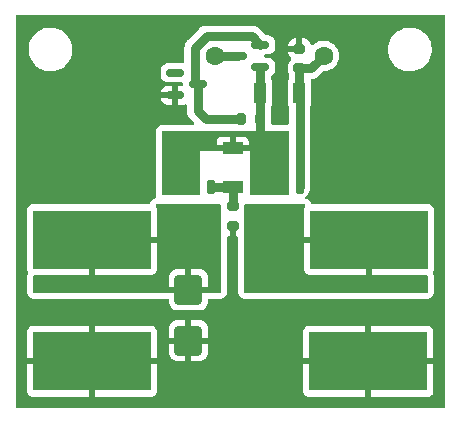
<source format=gbr>
%TF.GenerationSoftware,KiCad,Pcbnew,7.0.1*%
%TF.CreationDate,2023-04-18T18:42:17-04:00*%
%TF.ProjectId,circuit_protection,63697263-7569-4745-9f70-726f74656374,V2*%
%TF.SameCoordinates,PX7045748PY52104d0*%
%TF.FileFunction,Copper,L2,Bot*%
%TF.FilePolarity,Positive*%
%FSLAX46Y46*%
G04 Gerber Fmt 4.6, Leading zero omitted, Abs format (unit mm)*
G04 Created by KiCad (PCBNEW 7.0.1) date 2023-04-18 18:42:17*
%MOMM*%
%LPD*%
G01*
G04 APERTURE LIST*
G04 Aperture macros list*
%AMRoundRect*
0 Rectangle with rounded corners*
0 $1 Rounding radius*
0 $2 $3 $4 $5 $6 $7 $8 $9 X,Y pos of 4 corners*
0 Add a 4 corners polygon primitive as box body*
4,1,4,$2,$3,$4,$5,$6,$7,$8,$9,$2,$3,0*
0 Add four circle primitives for the rounded corners*
1,1,$1+$1,$2,$3*
1,1,$1+$1,$4,$5*
1,1,$1+$1,$6,$7*
1,1,$1+$1,$8,$9*
0 Add four rect primitives between the rounded corners*
20,1,$1+$1,$2,$3,$4,$5,0*
20,1,$1+$1,$4,$5,$6,$7,0*
20,1,$1+$1,$6,$7,$8,$9,0*
20,1,$1+$1,$8,$9,$2,$3,0*%
%AMFreePoly0*
4,1,17,2.210000,-2.600000,1.600000,-2.600000,1.600000,-1.750000,0.940000,-1.750000,0.940000,-2.600000,0.330000,-2.600000,0.330000,-1.750000,-0.330000,-1.750000,-0.330000,-2.600000,-0.940000,-2.600000,-0.940000,-1.750000,-1.600000,-1.750000,-1.600000,-2.600000,-2.210000,-2.600000,-2.210000,1.750000,2.210000,1.750000,2.210000,-2.600000,2.210000,-2.600000,$1*%
G04 Aperture macros list end*
%TA.AperFunction,SMDPad,CuDef*%
%ADD10R,10.000000X5.000000*%
%TD*%
%TA.AperFunction,SMDPad,CuDef*%
%ADD11RoundRect,0.061000X-0.244000X-0.514000X0.244000X-0.514000X0.244000X0.514000X-0.244000X0.514000X0*%
%TD*%
%TA.AperFunction,SMDPad,CuDef*%
%ADD12FreePoly0,0.000000*%
%TD*%
%TA.AperFunction,SMDPad,CuDef*%
%ADD13R,1.000000X1.700000*%
%TD*%
%TA.AperFunction,SMDPad,CuDef*%
%ADD14R,1.700000X1.000000*%
%TD*%
%TA.AperFunction,SMDPad,CuDef*%
%ADD15RoundRect,0.200000X0.275000X-0.200000X0.275000X0.200000X-0.275000X0.200000X-0.275000X-0.200000X0*%
%TD*%
%TA.AperFunction,SMDPad,CuDef*%
%ADD16RoundRect,0.200000X-0.275000X0.200000X-0.275000X-0.200000X0.275000X-0.200000X0.275000X0.200000X0*%
%TD*%
%TA.AperFunction,SMDPad,CuDef*%
%ADD17RoundRect,0.200000X0.200000X0.275000X-0.200000X0.275000X-0.200000X-0.275000X0.200000X-0.275000X0*%
%TD*%
%TA.AperFunction,SMDPad,CuDef*%
%ADD18RoundRect,0.150000X0.587500X0.150000X-0.587500X0.150000X-0.587500X-0.150000X0.587500X-0.150000X0*%
%TD*%
%TA.AperFunction,SMDPad,CuDef*%
%ADD19RoundRect,0.150000X-0.587500X-0.150000X0.587500X-0.150000X0.587500X0.150000X-0.587500X0.150000X0*%
%TD*%
%TA.AperFunction,SMDPad,CuDef*%
%ADD20RoundRect,0.250000X0.900000X-1.000000X0.900000X1.000000X-0.900000X1.000000X-0.900000X-1.000000X0*%
%TD*%
%TA.AperFunction,ViaPad*%
%ADD21C,1.600000*%
%TD*%
%TA.AperFunction,Conductor*%
%ADD22C,0.800000*%
%TD*%
G04 APERTURE END LIST*
D10*
%TO.P,J4,1,Pin_1*%
%TO.N,GND*%
X7975000Y-30850000D03*
%TD*%
%TO.P,J3,1,Pin_1*%
%TO.N,GND*%
X31350000Y-30850000D03*
%TD*%
%TO.P,J2,1,Pin_1*%
%TO.N,/Vout*%
X31400000Y-20550000D03*
%TD*%
%TO.P,J1,1,Pin_1*%
%TO.N,/Vin*%
X7975000Y-20550000D03*
%TD*%
D11*
%TO.P,Q2,1,S*%
%TO.N,Net-(D1-K)*%
X21720000Y-16125000D03*
%TO.P,Q2,2,S*%
X22990000Y-16125000D03*
%TO.P,Q2,3,S*%
X24260000Y-16125000D03*
%TO.P,Q2,4,G*%
%TO.N,Net-(D2-A)*%
X25530000Y-16125000D03*
D12*
%TO.P,Q2,5,D*%
%TO.N,/Vout*%
X23625000Y-19850000D03*
%TD*%
D11*
%TO.P,Q1,1,S*%
%TO.N,Net-(D1-K)*%
X14220000Y-16125000D03*
%TO.P,Q1,2,S*%
X15490000Y-16125000D03*
%TO.P,Q1,3,S*%
X16760000Y-16125000D03*
%TO.P,Q1,4,G*%
%TO.N,Net-(D1-A)*%
X18030000Y-16125000D03*
D12*
%TO.P,Q1,5,D*%
%TO.N,/Vin*%
X16125000Y-19850000D03*
%TD*%
D13*
%TO.P,D2,1,K*%
%TO.N,Net-(D1-K)*%
X22225000Y-8150000D03*
%TO.P,D2,2,A*%
%TO.N,Net-(D2-A)*%
X25525000Y-8150000D03*
%TD*%
D14*
%TO.P,D1,1,K*%
%TO.N,Net-(D1-K)*%
X19875000Y-12825000D03*
%TO.P,D1,2,A*%
%TO.N,Net-(D1-A)*%
X19875000Y-16125000D03*
%TD*%
D15*
%TO.P,R4,1*%
%TO.N,Net-(D2-A)*%
X25525000Y-6050000D03*
%TO.P,R4,2*%
%TO.N,GND*%
X25525000Y-4400000D03*
%TD*%
D16*
%TO.P,R3,1*%
%TO.N,Net-(D1-A)*%
X19875000Y-17725000D03*
%TO.P,R3,2*%
%TO.N,GND*%
X19875000Y-19375000D03*
%TD*%
D17*
%TO.P,R1,1*%
%TO.N,Net-(D1-K)*%
X22225000Y-10350000D03*
%TO.P,R1,2*%
%TO.N,Net-(D5-K)*%
X20575000Y-10350000D03*
%TD*%
D18*
%TO.P,Q3,1,B*%
%TO.N,Net-(D5-K)*%
X22225000Y-4050000D03*
%TO.P,Q3,2,E*%
%TO.N,Net-(D1-K)*%
X22225000Y-5950000D03*
%TO.P,Q3,3,C*%
%TO.N,Net-(D2-A)*%
X20350000Y-5000000D03*
%TD*%
D19*
%TO.P,D5,1,A*%
%TO.N,GND*%
X15025000Y-8325000D03*
%TO.P,D5,2,NC*%
%TO.N,unconnected-(D5-NC-Pad2)*%
X15025000Y-6425000D03*
%TO.P,D5,3,K*%
%TO.N,Net-(D5-K)*%
X16900000Y-7375000D03*
%TD*%
D20*
%TO.P,D4,1,A1*%
%TO.N,GND*%
X16125000Y-29100000D03*
%TO.P,D4,2,A2*%
%TO.N,/Vin*%
X16125000Y-24800000D03*
%TD*%
D21*
%TO.N,Net-(D2-A)*%
X27575000Y-5000000D03*
X18350000Y-5000000D03*
%TD*%
D22*
%TO.N,Net-(D5-K)*%
X20575000Y-10350000D02*
X17600000Y-10350000D01*
X17600000Y-10350000D02*
X16900000Y-9650000D01*
X16900000Y-9650000D02*
X16900000Y-7375000D01*
X16900000Y-7375000D02*
X16690000Y-7165000D01*
X16690000Y-7165000D02*
X16690000Y-4312405D01*
X16690000Y-4312405D02*
X17677405Y-3325000D01*
X17677405Y-3325000D02*
X21500000Y-3325000D01*
X21500000Y-3325000D02*
X22225000Y-4050000D01*
%TO.N,Net-(D2-A)*%
X26525000Y-6050000D02*
X25525000Y-6050000D01*
X27575000Y-5000000D02*
X26525000Y-6050000D01*
X20350000Y-5000000D02*
X18350000Y-5000000D01*
%TO.N,Net-(D1-K)*%
X22225000Y-8150000D02*
X22225000Y-5950000D01*
%TO.N,Net-(D2-A)*%
X25525000Y-8150000D02*
X25525000Y-6050000D01*
%TO.N,Net-(D1-K)*%
X22225000Y-10350000D02*
X22225000Y-11750000D01*
X22225000Y-8150000D02*
X22225000Y-10350000D01*
%TO.N,Net-(D2-A)*%
X25530000Y-16125000D02*
X25530000Y-8155000D01*
X25530000Y-8155000D02*
X25525000Y-8150000D01*
%TO.N,Net-(D1-A)*%
X19875000Y-16125000D02*
X19875000Y-17725000D01*
X18030000Y-16125000D02*
X19875000Y-16125000D01*
%TD*%
%TA.AperFunction,Conductor*%
%TO.N,/Vin*%
G36*
X18837500Y-17566613D02*
G01*
X18882887Y-17612000D01*
X18899500Y-17674000D01*
X18899500Y-17981714D01*
X18900000Y-17992740D01*
X18900000Y-19107260D01*
X18899500Y-19118286D01*
X18899500Y-19631714D01*
X18900000Y-19642740D01*
X18900000Y-24926000D01*
X18883387Y-24988000D01*
X18838000Y-25033387D01*
X18776000Y-25050000D01*
X3099000Y-25050000D01*
X3037000Y-25033387D01*
X2991613Y-24988000D01*
X2975000Y-24926000D01*
X2975000Y-24549999D01*
X14475000Y-24549999D01*
X14475002Y-24550000D01*
X15875000Y-24550000D01*
X15875000Y-23050001D01*
X15175021Y-23050001D01*
X15072304Y-23060493D01*
X14905877Y-23115642D01*
X14756654Y-23207683D01*
X14632683Y-23331654D01*
X14540642Y-23480877D01*
X14485493Y-23647303D01*
X14475000Y-23750020D01*
X14475000Y-24549999D01*
X2975000Y-24549999D01*
X2975000Y-23674000D01*
X2991613Y-23612000D01*
X3037000Y-23566613D01*
X3099000Y-23550000D01*
X7725000Y-23550000D01*
X7725000Y-20800000D01*
X8225000Y-20800000D01*
X8225000Y-23550000D01*
X13022824Y-23550000D01*
X13082375Y-23543597D01*
X13217089Y-23493352D01*
X13332188Y-23407188D01*
X13418352Y-23292089D01*
X13468597Y-23157375D01*
X13475000Y-23097824D01*
X13475000Y-23050000D01*
X16375000Y-23050000D01*
X16375000Y-24550000D01*
X17774999Y-24550000D01*
X17774999Y-23750021D01*
X17764506Y-23647304D01*
X17709357Y-23480877D01*
X17617316Y-23331654D01*
X17493345Y-23207683D01*
X17344122Y-23115642D01*
X17177696Y-23060493D01*
X17074979Y-23050000D01*
X16375000Y-23050000D01*
X13475000Y-23050000D01*
X13475000Y-20800000D01*
X8225000Y-20800000D01*
X7725000Y-20800000D01*
X7725000Y-20424000D01*
X7741613Y-20362000D01*
X7787000Y-20316613D01*
X7849000Y-20300000D01*
X13475000Y-20300000D01*
X13475000Y-18002176D01*
X13468597Y-17942624D01*
X13418352Y-17807910D01*
X13373736Y-17748311D01*
X13349497Y-17685053D01*
X13362119Y-17618496D01*
X13407836Y-17568505D01*
X13473003Y-17550000D01*
X18775500Y-17550000D01*
X18837500Y-17566613D01*
G37*
%TD.AperFunction*%
%TD*%
%TA.AperFunction,Conductor*%
%TO.N,/Vout*%
G36*
X25967164Y-17568505D02*
G01*
X26012881Y-17618496D01*
X26025503Y-17685053D01*
X26001264Y-17748311D01*
X25956647Y-17807910D01*
X25906402Y-17942624D01*
X25900000Y-18002176D01*
X25900000Y-20300000D01*
X31526000Y-20300000D01*
X31588000Y-20316613D01*
X31633387Y-20362000D01*
X31650000Y-20424000D01*
X31650000Y-23550000D01*
X36276000Y-23550000D01*
X36338000Y-23566613D01*
X36383387Y-23612000D01*
X36400000Y-23674000D01*
X36400000Y-24926000D01*
X36383387Y-24988000D01*
X36338000Y-25033387D01*
X36276000Y-25050000D01*
X20974000Y-25050000D01*
X20912000Y-25033387D01*
X20866613Y-24988000D01*
X20850000Y-24926000D01*
X20850000Y-20800000D01*
X25900000Y-20800000D01*
X25900000Y-23097824D01*
X25906402Y-23157375D01*
X25956647Y-23292089D01*
X26042811Y-23407188D01*
X26157910Y-23493352D01*
X26292624Y-23543597D01*
X26352176Y-23550000D01*
X31150000Y-23550000D01*
X31150000Y-20800000D01*
X25900000Y-20800000D01*
X20850000Y-20800000D01*
X20850000Y-19642740D01*
X20850500Y-19631714D01*
X20850500Y-19118286D01*
X20850000Y-19107260D01*
X20850000Y-17992740D01*
X20850500Y-17981714D01*
X20850500Y-17674000D01*
X20867113Y-17612000D01*
X20912500Y-17566613D01*
X20974500Y-17550000D01*
X25901997Y-17550000D01*
X25967164Y-17568505D01*
G37*
%TD.AperFunction*%
%TD*%
%TA.AperFunction,Conductor*%
%TO.N,Net-(D1-K)*%
G36*
X20318286Y-11325500D02*
G01*
X20318384Y-11325500D01*
X20831616Y-11325500D01*
X20831714Y-11325500D01*
X20842740Y-11325000D01*
X21975000Y-11325000D01*
X22475000Y-11325000D01*
X24501000Y-11325000D01*
X24563000Y-11341613D01*
X24608387Y-11387000D01*
X24625000Y-11449000D01*
X24625000Y-16626000D01*
X24608387Y-16688000D01*
X24563000Y-16733387D01*
X24501000Y-16750000D01*
X21474000Y-16750000D01*
X21412000Y-16733387D01*
X21366613Y-16688000D01*
X21350000Y-16626000D01*
X21350000Y-13075000D01*
X17125000Y-13075000D01*
X17125000Y-16626000D01*
X17108387Y-16688000D01*
X17063000Y-16733387D01*
X17001000Y-16750000D01*
X13974000Y-16750000D01*
X13912000Y-16733387D01*
X13866613Y-16688000D01*
X13850000Y-16626000D01*
X13850000Y-12575000D01*
X18525000Y-12575000D01*
X19625000Y-12575000D01*
X19625000Y-11825000D01*
X20125000Y-11825000D01*
X20125000Y-12575000D01*
X21225000Y-12575000D01*
X21225000Y-12277176D01*
X21218597Y-12217624D01*
X21168352Y-12082910D01*
X21082188Y-11967811D01*
X20967089Y-11881647D01*
X20832375Y-11831402D01*
X20772824Y-11825000D01*
X20125000Y-11825000D01*
X19625000Y-11825000D01*
X18977176Y-11825000D01*
X18917624Y-11831402D01*
X18782910Y-11881647D01*
X18667811Y-11967811D01*
X18581647Y-12082910D01*
X18531402Y-12217624D01*
X18525000Y-12277176D01*
X18525000Y-12575000D01*
X13850000Y-12575000D01*
X13850000Y-11449000D01*
X13866613Y-11387000D01*
X13912000Y-11341613D01*
X13974000Y-11325000D01*
X20307260Y-11325000D01*
X20318286Y-11325500D01*
G37*
%TD.AperFunction*%
%TD*%
%TA.AperFunction,Conductor*%
%TO.N,GND*%
G36*
X37762500Y-1517113D02*
G01*
X37807887Y-1562500D01*
X37824500Y-1624500D01*
X37824500Y-34700500D01*
X37807887Y-34762500D01*
X37762500Y-34807887D01*
X37700500Y-34824500D01*
X1624500Y-34824500D01*
X1562500Y-34807887D01*
X1517113Y-34762500D01*
X1500500Y-34700500D01*
X1500500Y-31100000D01*
X2475000Y-31100000D01*
X2475000Y-33397824D01*
X2481402Y-33457375D01*
X2531647Y-33592089D01*
X2617811Y-33707188D01*
X2732910Y-33793352D01*
X2867624Y-33843597D01*
X2927176Y-33850000D01*
X7725000Y-33850000D01*
X7725000Y-31100000D01*
X8225000Y-31100000D01*
X8225000Y-33850000D01*
X13022824Y-33850000D01*
X13082375Y-33843597D01*
X13217089Y-33793352D01*
X13332188Y-33707188D01*
X13418352Y-33592089D01*
X13468597Y-33457375D01*
X13475000Y-33397824D01*
X13475000Y-31100000D01*
X25850000Y-31100000D01*
X25850000Y-33397824D01*
X25856402Y-33457375D01*
X25906647Y-33592089D01*
X25992811Y-33707188D01*
X26107910Y-33793352D01*
X26242624Y-33843597D01*
X26302176Y-33850000D01*
X31100000Y-33850000D01*
X31100000Y-31100000D01*
X31600000Y-31100000D01*
X31600000Y-33850000D01*
X36397824Y-33850000D01*
X36457375Y-33843597D01*
X36592089Y-33793352D01*
X36707188Y-33707188D01*
X36793352Y-33592089D01*
X36843597Y-33457375D01*
X36850000Y-33397824D01*
X36850000Y-31100000D01*
X31600000Y-31100000D01*
X31100000Y-31100000D01*
X25850000Y-31100000D01*
X13475000Y-31100000D01*
X8225000Y-31100000D01*
X7725000Y-31100000D01*
X2475000Y-31100000D01*
X1500500Y-31100000D01*
X1500500Y-30600000D01*
X2475000Y-30600000D01*
X7725000Y-30600000D01*
X7725000Y-27850000D01*
X8225000Y-27850000D01*
X8225000Y-30600000D01*
X13475000Y-30600000D01*
X13475000Y-29350000D01*
X14475001Y-29350000D01*
X14475001Y-30149979D01*
X14485493Y-30252695D01*
X14540642Y-30419122D01*
X14632683Y-30568345D01*
X14756654Y-30692316D01*
X14905877Y-30784357D01*
X15072303Y-30839506D01*
X15175021Y-30850000D01*
X15875000Y-30850000D01*
X15875000Y-29350000D01*
X16375000Y-29350000D01*
X16375000Y-30849999D01*
X17074979Y-30849999D01*
X17177695Y-30839506D01*
X17344122Y-30784357D01*
X17493345Y-30692316D01*
X17585661Y-30600000D01*
X25850000Y-30600000D01*
X31100000Y-30600000D01*
X31100000Y-27850000D01*
X31600000Y-27850000D01*
X31600000Y-30600000D01*
X36850000Y-30600000D01*
X36850000Y-28302176D01*
X36843597Y-28242624D01*
X36793352Y-28107910D01*
X36707188Y-27992811D01*
X36592089Y-27906647D01*
X36457375Y-27856402D01*
X36397824Y-27850000D01*
X31600000Y-27850000D01*
X31100000Y-27850000D01*
X26302176Y-27850000D01*
X26242624Y-27856402D01*
X26107910Y-27906647D01*
X25992811Y-27992811D01*
X25906647Y-28107910D01*
X25856402Y-28242624D01*
X25850000Y-28302176D01*
X25850000Y-30600000D01*
X17585661Y-30600000D01*
X17617316Y-30568345D01*
X17709357Y-30419122D01*
X17764506Y-30252696D01*
X17775000Y-30149979D01*
X17775000Y-29350000D01*
X16375000Y-29350000D01*
X15875000Y-29350000D01*
X14475001Y-29350000D01*
X13475000Y-29350000D01*
X13475000Y-28850000D01*
X14475000Y-28850000D01*
X15875000Y-28850000D01*
X15875000Y-27350001D01*
X15175021Y-27350001D01*
X15072304Y-27360493D01*
X14905877Y-27415642D01*
X14756654Y-27507683D01*
X14632683Y-27631654D01*
X14540642Y-27780877D01*
X14485493Y-27947303D01*
X14475000Y-28050021D01*
X14475000Y-28850000D01*
X13475000Y-28850000D01*
X13475000Y-28302176D01*
X13468597Y-28242624D01*
X13418352Y-28107910D01*
X13332188Y-27992811D01*
X13217089Y-27906647D01*
X13082375Y-27856402D01*
X13022824Y-27850000D01*
X8225000Y-27850000D01*
X7725000Y-27850000D01*
X2927176Y-27850000D01*
X2867624Y-27856402D01*
X2732910Y-27906647D01*
X2617811Y-27992811D01*
X2531647Y-28107910D01*
X2481402Y-28242624D01*
X2475000Y-28302176D01*
X2475000Y-30600000D01*
X1500500Y-30600000D01*
X1500500Y-27350000D01*
X16375000Y-27350000D01*
X16375000Y-28850000D01*
X17774999Y-28850000D01*
X17774999Y-28050021D01*
X17764506Y-27947304D01*
X17709357Y-27780877D01*
X17617316Y-27631654D01*
X17493345Y-27507683D01*
X17344122Y-27415642D01*
X17177696Y-27360493D01*
X17074979Y-27350000D01*
X16375000Y-27350000D01*
X1500500Y-27350000D01*
X1500500Y-24926001D01*
X2469500Y-24926001D01*
X2486724Y-25056830D01*
X2503339Y-25118838D01*
X2553836Y-25240749D01*
X2634170Y-25345442D01*
X2679557Y-25390829D01*
X2784250Y-25471163D01*
X2906166Y-25521662D01*
X2968166Y-25538275D01*
X3066291Y-25551193D01*
X3098999Y-25555500D01*
X3099000Y-25555500D01*
X14350501Y-25555500D01*
X14412501Y-25572113D01*
X14457888Y-25617500D01*
X14474501Y-25679500D01*
X14474501Y-25850009D01*
X14485000Y-25952796D01*
X14540186Y-26119334D01*
X14632288Y-26268657D01*
X14756342Y-26392711D01*
X14756344Y-26392712D01*
X14905666Y-26484814D01*
X15017016Y-26521712D01*
X15072202Y-26539999D01*
X15082702Y-26541071D01*
X15174991Y-26550500D01*
X17075008Y-26550499D01*
X17177797Y-26539999D01*
X17344334Y-26484814D01*
X17493656Y-26392712D01*
X17617712Y-26268656D01*
X17709814Y-26119334D01*
X17764999Y-25952797D01*
X17775500Y-25850009D01*
X17775500Y-25679500D01*
X17792113Y-25617500D01*
X17837500Y-25572113D01*
X17899500Y-25555500D01*
X18776001Y-25555500D01*
X18802166Y-25552054D01*
X18906834Y-25538275D01*
X18968834Y-25521662D01*
X19090750Y-25471163D01*
X19195442Y-25390829D01*
X19240829Y-25345442D01*
X19321163Y-25240750D01*
X19371662Y-25118834D01*
X19388275Y-25056834D01*
X19405500Y-24926000D01*
X19405500Y-20398244D01*
X19424036Y-20333028D01*
X19474101Y-20287308D01*
X19537803Y-20275305D01*
X19537803Y-20275000D01*
X19539423Y-20275000D01*
X19540729Y-20274754D01*
X19543434Y-20275000D01*
X19625000Y-20275000D01*
X19625000Y-19249000D01*
X19641613Y-19187000D01*
X19687000Y-19141613D01*
X19749000Y-19125000D01*
X20001000Y-19125000D01*
X20063000Y-19141613D01*
X20108387Y-19187000D01*
X20125000Y-19249000D01*
X20125000Y-20274999D01*
X20206568Y-20274999D01*
X20209274Y-20274753D01*
X20210579Y-20274999D01*
X20212195Y-20274999D01*
X20212195Y-20275303D01*
X20275900Y-20287308D01*
X20325965Y-20333028D01*
X20344500Y-20398244D01*
X20344500Y-24926001D01*
X20361724Y-25056830D01*
X20378339Y-25118838D01*
X20428836Y-25240749D01*
X20509170Y-25345442D01*
X20554557Y-25390829D01*
X20659250Y-25471163D01*
X20781166Y-25521662D01*
X20843166Y-25538275D01*
X20941291Y-25551193D01*
X20973999Y-25555500D01*
X20974000Y-25555500D01*
X36276000Y-25555500D01*
X36276001Y-25555500D01*
X36302166Y-25552054D01*
X36406834Y-25538275D01*
X36468834Y-25521662D01*
X36590750Y-25471163D01*
X36695442Y-25390829D01*
X36740829Y-25345442D01*
X36821163Y-25240750D01*
X36871662Y-25118834D01*
X36888275Y-25056834D01*
X36905500Y-24926000D01*
X36905500Y-23674000D01*
X36888275Y-23543166D01*
X36871662Y-23481166D01*
X36838402Y-23400868D01*
X36829934Y-23337926D01*
X36841083Y-23310349D01*
X36837565Y-23309037D01*
X36894090Y-23157485D01*
X36894089Y-23157485D01*
X36894091Y-23157483D01*
X36900500Y-23097873D01*
X36900499Y-18002128D01*
X36894091Y-17942517D01*
X36843796Y-17807669D01*
X36757546Y-17692454D01*
X36642331Y-17606204D01*
X36507483Y-17555909D01*
X36447873Y-17549500D01*
X36447869Y-17549500D01*
X26607035Y-17549500D01*
X26557038Y-17538974D01*
X26515529Y-17509182D01*
X26489556Y-17465183D01*
X26464912Y-17392226D01*
X26385915Y-17277357D01*
X26340195Y-17227363D01*
X26232826Y-17138442D01*
X26105241Y-17082227D01*
X26091243Y-17078252D01*
X26033128Y-17042116D01*
X26003032Y-16980656D01*
X26010121Y-16912591D01*
X26052233Y-16858653D01*
X26135871Y-16797888D01*
X26262533Y-16657216D01*
X26357179Y-16493284D01*
X26415674Y-16313256D01*
X26430500Y-16172192D01*
X26430500Y-9334759D01*
X26436846Y-9295600D01*
X26455231Y-9260450D01*
X26468796Y-9242331D01*
X26519091Y-9107483D01*
X26525500Y-9047873D01*
X26525499Y-7252128D01*
X26519091Y-7192517D01*
X26490168Y-7114971D01*
X26483126Y-7057800D01*
X26502679Y-7003612D01*
X26544608Y-6964107D01*
X26599861Y-6947812D01*
X26666646Y-6944313D01*
X26680193Y-6940682D01*
X26699309Y-6937139D01*
X26713256Y-6935674D01*
X26777786Y-6914706D01*
X26783951Y-6912880D01*
X26849488Y-6895320D01*
X26861974Y-6888956D01*
X26879953Y-6881509D01*
X26893284Y-6877179D01*
X26952051Y-6843248D01*
X26957677Y-6840193D01*
X27018149Y-6809383D01*
X27029042Y-6800560D01*
X27045074Y-6789542D01*
X27057216Y-6782533D01*
X27107639Y-6737131D01*
X27112521Y-6732961D01*
X27128380Y-6720119D01*
X27142801Y-6705696D01*
X27147472Y-6701264D01*
X27197888Y-6655871D01*
X27206129Y-6644526D01*
X27218760Y-6629737D01*
X27508053Y-6340444D01*
X27543326Y-6315746D01*
X27584924Y-6304600D01*
X27688091Y-6295573D01*
X27801692Y-6285635D01*
X28021496Y-6226739D01*
X28227734Y-6130568D01*
X28414139Y-6000047D01*
X28575047Y-5839139D01*
X28705568Y-5652734D01*
X28801739Y-5446496D01*
X28860635Y-5226692D01*
X28880468Y-5000000D01*
X28860635Y-4773308D01*
X28801739Y-4553504D01*
X28785073Y-4517764D01*
X33020787Y-4517764D01*
X33050413Y-4787016D01*
X33067010Y-4850500D01*
X33118928Y-5049088D01*
X33194402Y-5226692D01*
X33224871Y-5298392D01*
X33365982Y-5529611D01*
X33536332Y-5734308D01*
X33539255Y-5737820D01*
X33740998Y-5918582D01*
X33966910Y-6068044D01*
X34073211Y-6117875D01*
X34212177Y-6183021D01*
X34471562Y-6261058D01*
X34471569Y-6261060D01*
X34739561Y-6300500D01*
X34942631Y-6300500D01*
X34942634Y-6300500D01*
X35145156Y-6285677D01*
X35145345Y-6285635D01*
X35409553Y-6226780D01*
X35662558Y-6130014D01*
X35898777Y-5997441D01*
X36113177Y-5831888D01*
X36301186Y-5636881D01*
X36458799Y-5416579D01*
X36582656Y-5175675D01*
X36670118Y-4919305D01*
X36719319Y-4652933D01*
X36729212Y-4382235D01*
X36699586Y-4112982D01*
X36631072Y-3850912D01*
X36525130Y-3601610D01*
X36384018Y-3370390D01*
X36384017Y-3370388D01*
X36210746Y-3162181D01*
X36105758Y-3068112D01*
X36009002Y-2981418D01*
X35783090Y-2831956D01*
X35783086Y-2831954D01*
X35537822Y-2716978D01*
X35278437Y-2638941D01*
X35278431Y-2638940D01*
X35010439Y-2599500D01*
X34807369Y-2599500D01*
X34807366Y-2599500D01*
X34604843Y-2614322D01*
X34340449Y-2673219D01*
X34087441Y-2769986D01*
X33851223Y-2902559D01*
X33636825Y-3068109D01*
X33448813Y-3263120D01*
X33291201Y-3483420D01*
X33167342Y-3724329D01*
X33079881Y-3980695D01*
X33030680Y-4247066D01*
X33020787Y-4517764D01*
X28785073Y-4517764D01*
X28705568Y-4347266D01*
X28674273Y-4302572D01*
X28575046Y-4160859D01*
X28414140Y-3999953D01*
X28227735Y-3869432D01*
X28021497Y-3773261D01*
X27801689Y-3714364D01*
X27575000Y-3694531D01*
X27348310Y-3714364D01*
X27128502Y-3773261D01*
X26922264Y-3869432D01*
X26735859Y-3999953D01*
X26678862Y-4056951D01*
X26624479Y-4088716D01*
X26561506Y-4089667D01*
X26506188Y-4059560D01*
X26472796Y-4006161D01*
X26443018Y-3910602D01*
X26355074Y-3765124D01*
X26234875Y-3644925D01*
X26089396Y-3556980D01*
X25927106Y-3506409D01*
X25856576Y-3500000D01*
X25775000Y-3500000D01*
X25775000Y-4526000D01*
X25758387Y-4588000D01*
X25713000Y-4633387D01*
X25651000Y-4650000D01*
X24550001Y-4650000D01*
X24550001Y-4656579D01*
X24556408Y-4727104D01*
X24606981Y-4889397D01*
X24694925Y-5034875D01*
X24797015Y-5136965D01*
X24829109Y-5192552D01*
X24829109Y-5256740D01*
X24797015Y-5312327D01*
X24694528Y-5414813D01*
X24606523Y-5560392D01*
X24555913Y-5722806D01*
X24549500Y-5793383D01*
X24549500Y-6306617D01*
X24555913Y-6377193D01*
X24606523Y-6539610D01*
X24606617Y-6539764D01*
X24606999Y-6541137D01*
X24611002Y-6553981D01*
X24610614Y-6554101D01*
X24624500Y-6603913D01*
X24624500Y-6958561D01*
X24618155Y-6997720D01*
X24599768Y-7032871D01*
X24581204Y-7057669D01*
X24530909Y-7192516D01*
X24524500Y-7252130D01*
X24524500Y-9047869D01*
X24530909Y-9107484D01*
X24581204Y-9242332D01*
X24604767Y-9273808D01*
X24623154Y-9308959D01*
X24629500Y-9348118D01*
X24629500Y-10695500D01*
X24612887Y-10757500D01*
X24567500Y-10802887D01*
X24505500Y-10819500D01*
X23249500Y-10819500D01*
X23187500Y-10802887D01*
X23142113Y-10757500D01*
X23125500Y-10695500D01*
X23125500Y-9341439D01*
X23131845Y-9302280D01*
X23150232Y-9267129D01*
X23168796Y-9242331D01*
X23219091Y-9107483D01*
X23225500Y-9047873D01*
X23225499Y-7252128D01*
X23219091Y-7192517D01*
X23168796Y-7057669D01*
X23150231Y-7032869D01*
X23131845Y-6997720D01*
X23125500Y-6958561D01*
X23125500Y-6741364D01*
X23141790Y-6679927D01*
X23186378Y-6634632D01*
X23214365Y-6618081D01*
X23330581Y-6501865D01*
X23414244Y-6360398D01*
X23460098Y-6202569D01*
X23463000Y-6165694D01*
X23463000Y-5734306D01*
X23460098Y-5697431D01*
X23453074Y-5673256D01*
X23414244Y-5539602D01*
X23359181Y-5446496D01*
X23330581Y-5398135D01*
X23214365Y-5281919D01*
X23072897Y-5198255D01*
X22915072Y-5152402D01*
X22892943Y-5150660D01*
X22878194Y-5149500D01*
X22878192Y-5149500D01*
X22667367Y-5149500D01*
X22616931Y-5138779D01*
X22601957Y-5132112D01*
X22559131Y-5113044D01*
X22513201Y-5077799D01*
X22488277Y-5025544D01*
X22489794Y-4967670D01*
X22517419Y-4916792D01*
X22565127Y-4884003D01*
X22630955Y-4858734D01*
X22675388Y-4850500D01*
X22878192Y-4850500D01*
X22878194Y-4850500D01*
X22915069Y-4847598D01*
X23072898Y-4801744D01*
X23214365Y-4718081D01*
X23330581Y-4601865D01*
X23414244Y-4460398D01*
X23460098Y-4302569D01*
X23463000Y-4265694D01*
X23463000Y-4150000D01*
X24550000Y-4150000D01*
X25275000Y-4150000D01*
X25275000Y-3500001D01*
X25193421Y-3500001D01*
X25122895Y-3506408D01*
X24960602Y-3556981D01*
X24815124Y-3644925D01*
X24694925Y-3765124D01*
X24606980Y-3910603D01*
X24556409Y-4072893D01*
X24550000Y-4143424D01*
X24550000Y-4150000D01*
X23463000Y-4150000D01*
X23463000Y-3834306D01*
X23460098Y-3797431D01*
X23439743Y-3727371D01*
X23414244Y-3639602D01*
X23365382Y-3556981D01*
X23330581Y-3498135D01*
X23214365Y-3381919D01*
X23072897Y-3298255D01*
X22915072Y-3252402D01*
X22892944Y-3250660D01*
X22878194Y-3249500D01*
X22878192Y-3249500D01*
X22749362Y-3249500D01*
X22701909Y-3240061D01*
X22661681Y-3213181D01*
X22193764Y-2745265D01*
X22181125Y-2730467D01*
X22172888Y-2719129D01*
X22170501Y-2716980D01*
X22122482Y-2673743D01*
X22117773Y-2669274D01*
X22103382Y-2654883D01*
X22103378Y-2654880D01*
X22087556Y-2642066D01*
X22082626Y-2637855D01*
X22032215Y-2592466D01*
X22020076Y-2585458D01*
X22004043Y-2574439D01*
X21993149Y-2565617D01*
X21993147Y-2565616D01*
X21993146Y-2565615D01*
X21932713Y-2534823D01*
X21927008Y-2531725D01*
X21868283Y-2497820D01*
X21854953Y-2493489D01*
X21836974Y-2486042D01*
X21824487Y-2479679D01*
X21758976Y-2462125D01*
X21752754Y-2460282D01*
X21688254Y-2439325D01*
X21674315Y-2437860D01*
X21655187Y-2434315D01*
X21641645Y-2430686D01*
X21573909Y-2427136D01*
X21567445Y-2426627D01*
X21547198Y-2424500D01*
X21547192Y-2424500D01*
X21526826Y-2424500D01*
X21520337Y-2424330D01*
X21515375Y-2424069D01*
X21452612Y-2420781D01*
X21452611Y-2420781D01*
X21445076Y-2421974D01*
X21438771Y-2422973D01*
X21419374Y-2424500D01*
X17758031Y-2424500D01*
X17738633Y-2422973D01*
X17724793Y-2420781D01*
X17657069Y-2424330D01*
X17650580Y-2424500D01*
X17630207Y-2424500D01*
X17609959Y-2426627D01*
X17603496Y-2427136D01*
X17535757Y-2430687D01*
X17522210Y-2434316D01*
X17503094Y-2437859D01*
X17489148Y-2439325D01*
X17424643Y-2460284D01*
X17418421Y-2462127D01*
X17352919Y-2479678D01*
X17340424Y-2486045D01*
X17322459Y-2493486D01*
X17309122Y-2497820D01*
X17250392Y-2531726D01*
X17244693Y-2534820D01*
X17184256Y-2565615D01*
X17173353Y-2574444D01*
X17157330Y-2585456D01*
X17145188Y-2592466D01*
X17094799Y-2637837D01*
X17089870Y-2642047D01*
X17074028Y-2654877D01*
X17059607Y-2669297D01*
X17054903Y-2673760D01*
X17004515Y-2719130D01*
X16996277Y-2730468D01*
X16983643Y-2745260D01*
X16110263Y-3618641D01*
X16095471Y-3631276D01*
X16084127Y-3639518D01*
X16038751Y-3689913D01*
X16034288Y-3694617D01*
X16019874Y-3709031D01*
X16007058Y-3724856D01*
X16002852Y-3729781D01*
X15957466Y-3780189D01*
X15950458Y-3792327D01*
X15939442Y-3808355D01*
X15930619Y-3819250D01*
X15899818Y-3879700D01*
X15896722Y-3885401D01*
X15862822Y-3944118D01*
X15858488Y-3957457D01*
X15851044Y-3975427D01*
X15844680Y-3987917D01*
X15827126Y-4053422D01*
X15825284Y-4059639D01*
X15804325Y-4124148D01*
X15802860Y-4138091D01*
X15799315Y-4157219D01*
X15795686Y-4170760D01*
X15792136Y-4238496D01*
X15791627Y-4244959D01*
X15789500Y-4265207D01*
X15789500Y-4285579D01*
X15789330Y-4292068D01*
X15785781Y-4359793D01*
X15787973Y-4373632D01*
X15789500Y-4393031D01*
X15789500Y-5500500D01*
X15772887Y-5562500D01*
X15727500Y-5607887D01*
X15665500Y-5624500D01*
X14371806Y-5624500D01*
X14359514Y-5625467D01*
X14334927Y-5627402D01*
X14177102Y-5673255D01*
X14035634Y-5756919D01*
X13919419Y-5873134D01*
X13835755Y-6014602D01*
X13789902Y-6172427D01*
X13787000Y-6209308D01*
X13787000Y-6640692D01*
X13789902Y-6677572D01*
X13835755Y-6835397D01*
X13881574Y-6912873D01*
X13919419Y-6976865D01*
X14035635Y-7093081D01*
X14147616Y-7159306D01*
X14177102Y-7176744D01*
X14334927Y-7222597D01*
X14334931Y-7222598D01*
X14371806Y-7225500D01*
X15538000Y-7225500D01*
X15600000Y-7242113D01*
X15645387Y-7287500D01*
X15662000Y-7349500D01*
X15662000Y-7401000D01*
X15645387Y-7463000D01*
X15600000Y-7508387D01*
X15538000Y-7525000D01*
X15275000Y-7525000D01*
X15275000Y-9125000D01*
X15678139Y-9125000D01*
X15714993Y-9122099D01*
X15840905Y-9085519D01*
X15897778Y-9082613D01*
X15949952Y-9105434D01*
X15986424Y-9149170D01*
X15999500Y-9204595D01*
X15999500Y-9569374D01*
X15997973Y-9588773D01*
X15995781Y-9602611D01*
X15999330Y-9670337D01*
X15999500Y-9676826D01*
X15999500Y-9697198D01*
X16001627Y-9717445D01*
X16002136Y-9723909D01*
X16005686Y-9791645D01*
X16009315Y-9805187D01*
X16012860Y-9824315D01*
X16014325Y-9838254D01*
X16035282Y-9902754D01*
X16037125Y-9908976D01*
X16054679Y-9974487D01*
X16061042Y-9986974D01*
X16068489Y-10004953D01*
X16072820Y-10018283D01*
X16106725Y-10077008D01*
X16109823Y-10082713D01*
X16140617Y-10143149D01*
X16149439Y-10154043D01*
X16160458Y-10170076D01*
X16167466Y-10182215D01*
X16212855Y-10232626D01*
X16217066Y-10237556D01*
X16229883Y-10253382D01*
X16244274Y-10267773D01*
X16248743Y-10272482D01*
X16294129Y-10322888D01*
X16305467Y-10331125D01*
X16320265Y-10343764D01*
X16584320Y-10607819D01*
X16614570Y-10657182D01*
X16619112Y-10714898D01*
X16596957Y-10768385D01*
X16552934Y-10805985D01*
X16496639Y-10819500D01*
X13973999Y-10819500D01*
X13843169Y-10836724D01*
X13781161Y-10853339D01*
X13659250Y-10903836D01*
X13554557Y-10984170D01*
X13509170Y-11029557D01*
X13428836Y-11134250D01*
X13378339Y-11256161D01*
X13361724Y-11318169D01*
X13344500Y-11448999D01*
X13344500Y-11449000D01*
X13344500Y-16626000D01*
X13361725Y-16756834D01*
X13378338Y-16818834D01*
X13394831Y-16858651D01*
X13411226Y-16898233D01*
X13418885Y-16966612D01*
X13388913Y-17028547D01*
X13330537Y-17064969D01*
X13269752Y-17082230D01*
X13269749Y-17082231D01*
X13269750Y-17082231D01*
X13142173Y-17138442D01*
X13034804Y-17227363D01*
X12989084Y-17277357D01*
X12910085Y-17392229D01*
X12885442Y-17465184D01*
X12859469Y-17509183D01*
X12817961Y-17538974D01*
X12767964Y-17549500D01*
X2927130Y-17549500D01*
X2867515Y-17555909D01*
X2732669Y-17606204D01*
X2617454Y-17692454D01*
X2531204Y-17807668D01*
X2480909Y-17942516D01*
X2474500Y-18002130D01*
X2474500Y-23097869D01*
X2480909Y-23157484D01*
X2537435Y-23309036D01*
X2533921Y-23310346D01*
X2545073Y-23337991D01*
X2536598Y-23400867D01*
X2503338Y-23481164D01*
X2486725Y-23543167D01*
X2485101Y-23555501D01*
X2469500Y-23674000D01*
X2469500Y-24926001D01*
X1500500Y-24926001D01*
X1500500Y-8575000D01*
X13790204Y-8575000D01*
X13790400Y-8577488D01*
X13836219Y-8735200D01*
X13919817Y-8876557D01*
X14035942Y-8992682D01*
X14177302Y-9076282D01*
X14335006Y-9122099D01*
X14371861Y-9125000D01*
X14775000Y-9125000D01*
X14775000Y-8575000D01*
X13790204Y-8575000D01*
X1500500Y-8575000D01*
X1500500Y-8074999D01*
X13790204Y-8074999D01*
X13790205Y-8075000D01*
X14775000Y-8075000D01*
X14775000Y-7525000D01*
X14371861Y-7525000D01*
X14335006Y-7527900D01*
X14177302Y-7573717D01*
X14035942Y-7657317D01*
X13919817Y-7773442D01*
X13836219Y-7914799D01*
X13790400Y-8072511D01*
X13790204Y-8074999D01*
X1500500Y-8074999D01*
X1500500Y-4517764D01*
X2595787Y-4517764D01*
X2625413Y-4787016D01*
X2642010Y-4850500D01*
X2693928Y-5049088D01*
X2769402Y-5226692D01*
X2799871Y-5298392D01*
X2940982Y-5529611D01*
X3111332Y-5734308D01*
X3114255Y-5737820D01*
X3315998Y-5918582D01*
X3541910Y-6068044D01*
X3648211Y-6117875D01*
X3787177Y-6183021D01*
X4046562Y-6261058D01*
X4046569Y-6261060D01*
X4314561Y-6300500D01*
X4517631Y-6300500D01*
X4517634Y-6300500D01*
X4720156Y-6285677D01*
X4720345Y-6285635D01*
X4984553Y-6226780D01*
X5237558Y-6130014D01*
X5473777Y-5997441D01*
X5688177Y-5831888D01*
X5876186Y-5636881D01*
X6033799Y-5416579D01*
X6157656Y-5175675D01*
X6245118Y-4919305D01*
X6294319Y-4652933D01*
X6304212Y-4382235D01*
X6274586Y-4112982D01*
X6206072Y-3850912D01*
X6100130Y-3601610D01*
X5959018Y-3370390D01*
X5959017Y-3370388D01*
X5785746Y-3162181D01*
X5680758Y-3068112D01*
X5584002Y-2981418D01*
X5358090Y-2831956D01*
X5358086Y-2831954D01*
X5112822Y-2716978D01*
X4853437Y-2638941D01*
X4853431Y-2638940D01*
X4585439Y-2599500D01*
X4382369Y-2599500D01*
X4382366Y-2599500D01*
X4179843Y-2614322D01*
X3915449Y-2673219D01*
X3662441Y-2769986D01*
X3426223Y-2902559D01*
X3211825Y-3068109D01*
X3023813Y-3263120D01*
X2866201Y-3483420D01*
X2742342Y-3724329D01*
X2654881Y-3980695D01*
X2605680Y-4247066D01*
X2595787Y-4517764D01*
X1500500Y-4517764D01*
X1500500Y-1624500D01*
X1517113Y-1562500D01*
X1562500Y-1517113D01*
X1624500Y-1500500D01*
X37700500Y-1500500D01*
X37762500Y-1517113D01*
G37*
%TD.AperFunction*%
%TD*%
M02*

</source>
